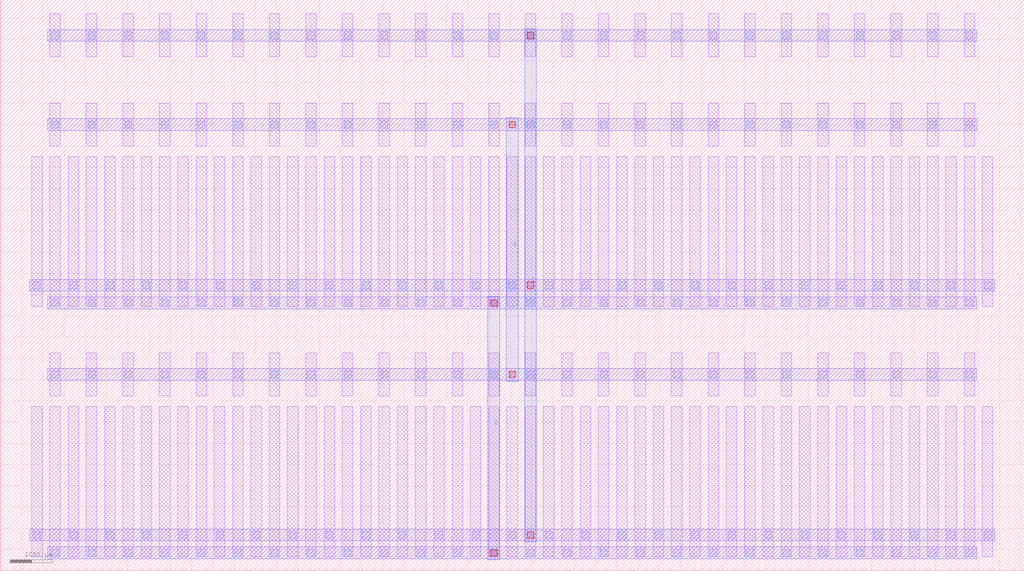
<source format=lef>
MACRO PMOS_S_55784090_X26_Y2
  UNITS 
    DATABASE MICRONS UNITS 1000;
  END UNITS 
  ORIGIN 0 0 ;
  FOREIGN PMOS_S_55784090_X26_Y2 0 0 ;
  SIZE 24080 BY 13440 ;
  PIN D
    DIRECTION INOUT ;
    USE SIGNAL ;
    PORT
      LAYER M3 ;
        RECT 11470 260 11750 6460 ;
    END
  END D
  PIN G
    DIRECTION INOUT ;
    USE SIGNAL ;
    PORT
      LAYER M3 ;
        RECT 11900 4460 12180 10660 ;
    END
  END G
  PIN S
    DIRECTION INOUT ;
    USE SIGNAL ;
    PORT
      LAYER M3 ;
        RECT 12330 680 12610 12760 ;
    END
  END S
  OBS
    LAYER M1 ;
      RECT 1165 335 1415 3865 ;
    LAYER M1 ;
      RECT 1165 4115 1415 5125 ;
    LAYER M1 ;
      RECT 1165 6215 1415 9745 ;
    LAYER M1 ;
      RECT 1165 9995 1415 11005 ;
    LAYER M1 ;
      RECT 1165 12095 1415 13105 ;
    LAYER M1 ;
      RECT 735 335 985 3865 ;
    LAYER M1 ;
      RECT 735 6215 985 9745 ;
    LAYER M1 ;
      RECT 1595 335 1845 3865 ;
    LAYER M1 ;
      RECT 1595 6215 1845 9745 ;
    LAYER M1 ;
      RECT 2025 335 2275 3865 ;
    LAYER M1 ;
      RECT 2025 4115 2275 5125 ;
    LAYER M1 ;
      RECT 2025 6215 2275 9745 ;
    LAYER M1 ;
      RECT 2025 9995 2275 11005 ;
    LAYER M1 ;
      RECT 2025 12095 2275 13105 ;
    LAYER M1 ;
      RECT 2455 335 2705 3865 ;
    LAYER M1 ;
      RECT 2455 6215 2705 9745 ;
    LAYER M1 ;
      RECT 2885 335 3135 3865 ;
    LAYER M1 ;
      RECT 2885 4115 3135 5125 ;
    LAYER M1 ;
      RECT 2885 6215 3135 9745 ;
    LAYER M1 ;
      RECT 2885 9995 3135 11005 ;
    LAYER M1 ;
      RECT 2885 12095 3135 13105 ;
    LAYER M1 ;
      RECT 3315 335 3565 3865 ;
    LAYER M1 ;
      RECT 3315 6215 3565 9745 ;
    LAYER M1 ;
      RECT 3745 335 3995 3865 ;
    LAYER M1 ;
      RECT 3745 4115 3995 5125 ;
    LAYER M1 ;
      RECT 3745 6215 3995 9745 ;
    LAYER M1 ;
      RECT 3745 9995 3995 11005 ;
    LAYER M1 ;
      RECT 3745 12095 3995 13105 ;
    LAYER M1 ;
      RECT 4175 335 4425 3865 ;
    LAYER M1 ;
      RECT 4175 6215 4425 9745 ;
    LAYER M1 ;
      RECT 4605 335 4855 3865 ;
    LAYER M1 ;
      RECT 4605 4115 4855 5125 ;
    LAYER M1 ;
      RECT 4605 6215 4855 9745 ;
    LAYER M1 ;
      RECT 4605 9995 4855 11005 ;
    LAYER M1 ;
      RECT 4605 12095 4855 13105 ;
    LAYER M1 ;
      RECT 5035 335 5285 3865 ;
    LAYER M1 ;
      RECT 5035 6215 5285 9745 ;
    LAYER M1 ;
      RECT 5465 335 5715 3865 ;
    LAYER M1 ;
      RECT 5465 4115 5715 5125 ;
    LAYER M1 ;
      RECT 5465 6215 5715 9745 ;
    LAYER M1 ;
      RECT 5465 9995 5715 11005 ;
    LAYER M1 ;
      RECT 5465 12095 5715 13105 ;
    LAYER M1 ;
      RECT 5895 335 6145 3865 ;
    LAYER M1 ;
      RECT 5895 6215 6145 9745 ;
    LAYER M1 ;
      RECT 6325 335 6575 3865 ;
    LAYER M1 ;
      RECT 6325 4115 6575 5125 ;
    LAYER M1 ;
      RECT 6325 6215 6575 9745 ;
    LAYER M1 ;
      RECT 6325 9995 6575 11005 ;
    LAYER M1 ;
      RECT 6325 12095 6575 13105 ;
    LAYER M1 ;
      RECT 6755 335 7005 3865 ;
    LAYER M1 ;
      RECT 6755 6215 7005 9745 ;
    LAYER M1 ;
      RECT 7185 335 7435 3865 ;
    LAYER M1 ;
      RECT 7185 4115 7435 5125 ;
    LAYER M1 ;
      RECT 7185 6215 7435 9745 ;
    LAYER M1 ;
      RECT 7185 9995 7435 11005 ;
    LAYER M1 ;
      RECT 7185 12095 7435 13105 ;
    LAYER M1 ;
      RECT 7615 335 7865 3865 ;
    LAYER M1 ;
      RECT 7615 6215 7865 9745 ;
    LAYER M1 ;
      RECT 8045 335 8295 3865 ;
    LAYER M1 ;
      RECT 8045 4115 8295 5125 ;
    LAYER M1 ;
      RECT 8045 6215 8295 9745 ;
    LAYER M1 ;
      RECT 8045 9995 8295 11005 ;
    LAYER M1 ;
      RECT 8045 12095 8295 13105 ;
    LAYER M1 ;
      RECT 8475 335 8725 3865 ;
    LAYER M1 ;
      RECT 8475 6215 8725 9745 ;
    LAYER M1 ;
      RECT 8905 335 9155 3865 ;
    LAYER M1 ;
      RECT 8905 4115 9155 5125 ;
    LAYER M1 ;
      RECT 8905 6215 9155 9745 ;
    LAYER M1 ;
      RECT 8905 9995 9155 11005 ;
    LAYER M1 ;
      RECT 8905 12095 9155 13105 ;
    LAYER M1 ;
      RECT 9335 335 9585 3865 ;
    LAYER M1 ;
      RECT 9335 6215 9585 9745 ;
    LAYER M1 ;
      RECT 9765 335 10015 3865 ;
    LAYER M1 ;
      RECT 9765 4115 10015 5125 ;
    LAYER M1 ;
      RECT 9765 6215 10015 9745 ;
    LAYER M1 ;
      RECT 9765 9995 10015 11005 ;
    LAYER M1 ;
      RECT 9765 12095 10015 13105 ;
    LAYER M1 ;
      RECT 10195 335 10445 3865 ;
    LAYER M1 ;
      RECT 10195 6215 10445 9745 ;
    LAYER M1 ;
      RECT 10625 335 10875 3865 ;
    LAYER M1 ;
      RECT 10625 4115 10875 5125 ;
    LAYER M1 ;
      RECT 10625 6215 10875 9745 ;
    LAYER M1 ;
      RECT 10625 9995 10875 11005 ;
    LAYER M1 ;
      RECT 10625 12095 10875 13105 ;
    LAYER M1 ;
      RECT 11055 335 11305 3865 ;
    LAYER M1 ;
      RECT 11055 6215 11305 9745 ;
    LAYER M1 ;
      RECT 11485 335 11735 3865 ;
    LAYER M1 ;
      RECT 11485 4115 11735 5125 ;
    LAYER M1 ;
      RECT 11485 6215 11735 9745 ;
    LAYER M1 ;
      RECT 11485 9995 11735 11005 ;
    LAYER M1 ;
      RECT 11485 12095 11735 13105 ;
    LAYER M1 ;
      RECT 11915 335 12165 3865 ;
    LAYER M1 ;
      RECT 11915 6215 12165 9745 ;
    LAYER M1 ;
      RECT 12345 335 12595 3865 ;
    LAYER M1 ;
      RECT 12345 4115 12595 5125 ;
    LAYER M1 ;
      RECT 12345 6215 12595 9745 ;
    LAYER M1 ;
      RECT 12345 9995 12595 11005 ;
    LAYER M1 ;
      RECT 12345 12095 12595 13105 ;
    LAYER M1 ;
      RECT 12775 335 13025 3865 ;
    LAYER M1 ;
      RECT 12775 6215 13025 9745 ;
    LAYER M1 ;
      RECT 13205 335 13455 3865 ;
    LAYER M1 ;
      RECT 13205 4115 13455 5125 ;
    LAYER M1 ;
      RECT 13205 6215 13455 9745 ;
    LAYER M1 ;
      RECT 13205 9995 13455 11005 ;
    LAYER M1 ;
      RECT 13205 12095 13455 13105 ;
    LAYER M1 ;
      RECT 13635 335 13885 3865 ;
    LAYER M1 ;
      RECT 13635 6215 13885 9745 ;
    LAYER M1 ;
      RECT 14065 335 14315 3865 ;
    LAYER M1 ;
      RECT 14065 4115 14315 5125 ;
    LAYER M1 ;
      RECT 14065 6215 14315 9745 ;
    LAYER M1 ;
      RECT 14065 9995 14315 11005 ;
    LAYER M1 ;
      RECT 14065 12095 14315 13105 ;
    LAYER M1 ;
      RECT 14495 335 14745 3865 ;
    LAYER M1 ;
      RECT 14495 6215 14745 9745 ;
    LAYER M1 ;
      RECT 14925 335 15175 3865 ;
    LAYER M1 ;
      RECT 14925 4115 15175 5125 ;
    LAYER M1 ;
      RECT 14925 6215 15175 9745 ;
    LAYER M1 ;
      RECT 14925 9995 15175 11005 ;
    LAYER M1 ;
      RECT 14925 12095 15175 13105 ;
    LAYER M1 ;
      RECT 15355 335 15605 3865 ;
    LAYER M1 ;
      RECT 15355 6215 15605 9745 ;
    LAYER M1 ;
      RECT 15785 335 16035 3865 ;
    LAYER M1 ;
      RECT 15785 4115 16035 5125 ;
    LAYER M1 ;
      RECT 15785 6215 16035 9745 ;
    LAYER M1 ;
      RECT 15785 9995 16035 11005 ;
    LAYER M1 ;
      RECT 15785 12095 16035 13105 ;
    LAYER M1 ;
      RECT 16215 335 16465 3865 ;
    LAYER M1 ;
      RECT 16215 6215 16465 9745 ;
    LAYER M1 ;
      RECT 16645 335 16895 3865 ;
    LAYER M1 ;
      RECT 16645 4115 16895 5125 ;
    LAYER M1 ;
      RECT 16645 6215 16895 9745 ;
    LAYER M1 ;
      RECT 16645 9995 16895 11005 ;
    LAYER M1 ;
      RECT 16645 12095 16895 13105 ;
    LAYER M1 ;
      RECT 17075 335 17325 3865 ;
    LAYER M1 ;
      RECT 17075 6215 17325 9745 ;
    LAYER M1 ;
      RECT 17505 335 17755 3865 ;
    LAYER M1 ;
      RECT 17505 4115 17755 5125 ;
    LAYER M1 ;
      RECT 17505 6215 17755 9745 ;
    LAYER M1 ;
      RECT 17505 9995 17755 11005 ;
    LAYER M1 ;
      RECT 17505 12095 17755 13105 ;
    LAYER M1 ;
      RECT 17935 335 18185 3865 ;
    LAYER M1 ;
      RECT 17935 6215 18185 9745 ;
    LAYER M1 ;
      RECT 18365 335 18615 3865 ;
    LAYER M1 ;
      RECT 18365 4115 18615 5125 ;
    LAYER M1 ;
      RECT 18365 6215 18615 9745 ;
    LAYER M1 ;
      RECT 18365 9995 18615 11005 ;
    LAYER M1 ;
      RECT 18365 12095 18615 13105 ;
    LAYER M1 ;
      RECT 18795 335 19045 3865 ;
    LAYER M1 ;
      RECT 18795 6215 19045 9745 ;
    LAYER M1 ;
      RECT 19225 335 19475 3865 ;
    LAYER M1 ;
      RECT 19225 4115 19475 5125 ;
    LAYER M1 ;
      RECT 19225 6215 19475 9745 ;
    LAYER M1 ;
      RECT 19225 9995 19475 11005 ;
    LAYER M1 ;
      RECT 19225 12095 19475 13105 ;
    LAYER M1 ;
      RECT 19655 335 19905 3865 ;
    LAYER M1 ;
      RECT 19655 6215 19905 9745 ;
    LAYER M1 ;
      RECT 20085 335 20335 3865 ;
    LAYER M1 ;
      RECT 20085 4115 20335 5125 ;
    LAYER M1 ;
      RECT 20085 6215 20335 9745 ;
    LAYER M1 ;
      RECT 20085 9995 20335 11005 ;
    LAYER M1 ;
      RECT 20085 12095 20335 13105 ;
    LAYER M1 ;
      RECT 20515 335 20765 3865 ;
    LAYER M1 ;
      RECT 20515 6215 20765 9745 ;
    LAYER M1 ;
      RECT 20945 335 21195 3865 ;
    LAYER M1 ;
      RECT 20945 4115 21195 5125 ;
    LAYER M1 ;
      RECT 20945 6215 21195 9745 ;
    LAYER M1 ;
      RECT 20945 9995 21195 11005 ;
    LAYER M1 ;
      RECT 20945 12095 21195 13105 ;
    LAYER M1 ;
      RECT 21375 335 21625 3865 ;
    LAYER M1 ;
      RECT 21375 6215 21625 9745 ;
    LAYER M1 ;
      RECT 21805 335 22055 3865 ;
    LAYER M1 ;
      RECT 21805 4115 22055 5125 ;
    LAYER M1 ;
      RECT 21805 6215 22055 9745 ;
    LAYER M1 ;
      RECT 21805 9995 22055 11005 ;
    LAYER M1 ;
      RECT 21805 12095 22055 13105 ;
    LAYER M1 ;
      RECT 22235 335 22485 3865 ;
    LAYER M1 ;
      RECT 22235 6215 22485 9745 ;
    LAYER M1 ;
      RECT 22665 335 22915 3865 ;
    LAYER M1 ;
      RECT 22665 4115 22915 5125 ;
    LAYER M1 ;
      RECT 22665 6215 22915 9745 ;
    LAYER M1 ;
      RECT 22665 9995 22915 11005 ;
    LAYER M1 ;
      RECT 22665 12095 22915 13105 ;
    LAYER M1 ;
      RECT 23095 335 23345 3865 ;
    LAYER M1 ;
      RECT 23095 6215 23345 9745 ;
    LAYER M2 ;
      RECT 1120 280 22960 560 ;
    LAYER M2 ;
      RECT 1120 4480 22960 4760 ;
    LAYER M2 ;
      RECT 690 700 23390 980 ;
    LAYER M2 ;
      RECT 1120 6160 22960 6440 ;
    LAYER M2 ;
      RECT 1120 10360 22960 10640 ;
    LAYER M2 ;
      RECT 690 6580 23390 6860 ;
    LAYER M2 ;
      RECT 1120 12460 22960 12740 ;
    LAYER V1 ;
      RECT 1205 335 1375 505 ;
    LAYER V1 ;
      RECT 1205 4535 1375 4705 ;
    LAYER V1 ;
      RECT 1205 6215 1375 6385 ;
    LAYER V1 ;
      RECT 1205 10415 1375 10585 ;
    LAYER V1 ;
      RECT 1205 12515 1375 12685 ;
    LAYER V1 ;
      RECT 2065 335 2235 505 ;
    LAYER V1 ;
      RECT 2065 4535 2235 4705 ;
    LAYER V1 ;
      RECT 2065 6215 2235 6385 ;
    LAYER V1 ;
      RECT 2065 10415 2235 10585 ;
    LAYER V1 ;
      RECT 2065 12515 2235 12685 ;
    LAYER V1 ;
      RECT 2925 335 3095 505 ;
    LAYER V1 ;
      RECT 2925 4535 3095 4705 ;
    LAYER V1 ;
      RECT 2925 6215 3095 6385 ;
    LAYER V1 ;
      RECT 2925 10415 3095 10585 ;
    LAYER V1 ;
      RECT 2925 12515 3095 12685 ;
    LAYER V1 ;
      RECT 3785 335 3955 505 ;
    LAYER V1 ;
      RECT 3785 4535 3955 4705 ;
    LAYER V1 ;
      RECT 3785 6215 3955 6385 ;
    LAYER V1 ;
      RECT 3785 10415 3955 10585 ;
    LAYER V1 ;
      RECT 3785 12515 3955 12685 ;
    LAYER V1 ;
      RECT 4645 335 4815 505 ;
    LAYER V1 ;
      RECT 4645 4535 4815 4705 ;
    LAYER V1 ;
      RECT 4645 6215 4815 6385 ;
    LAYER V1 ;
      RECT 4645 10415 4815 10585 ;
    LAYER V1 ;
      RECT 4645 12515 4815 12685 ;
    LAYER V1 ;
      RECT 5505 335 5675 505 ;
    LAYER V1 ;
      RECT 5505 4535 5675 4705 ;
    LAYER V1 ;
      RECT 5505 6215 5675 6385 ;
    LAYER V1 ;
      RECT 5505 10415 5675 10585 ;
    LAYER V1 ;
      RECT 5505 12515 5675 12685 ;
    LAYER V1 ;
      RECT 6365 335 6535 505 ;
    LAYER V1 ;
      RECT 6365 4535 6535 4705 ;
    LAYER V1 ;
      RECT 6365 6215 6535 6385 ;
    LAYER V1 ;
      RECT 6365 10415 6535 10585 ;
    LAYER V1 ;
      RECT 6365 12515 6535 12685 ;
    LAYER V1 ;
      RECT 7225 335 7395 505 ;
    LAYER V1 ;
      RECT 7225 4535 7395 4705 ;
    LAYER V1 ;
      RECT 7225 6215 7395 6385 ;
    LAYER V1 ;
      RECT 7225 10415 7395 10585 ;
    LAYER V1 ;
      RECT 7225 12515 7395 12685 ;
    LAYER V1 ;
      RECT 8085 335 8255 505 ;
    LAYER V1 ;
      RECT 8085 4535 8255 4705 ;
    LAYER V1 ;
      RECT 8085 6215 8255 6385 ;
    LAYER V1 ;
      RECT 8085 10415 8255 10585 ;
    LAYER V1 ;
      RECT 8085 12515 8255 12685 ;
    LAYER V1 ;
      RECT 8945 335 9115 505 ;
    LAYER V1 ;
      RECT 8945 4535 9115 4705 ;
    LAYER V1 ;
      RECT 8945 6215 9115 6385 ;
    LAYER V1 ;
      RECT 8945 10415 9115 10585 ;
    LAYER V1 ;
      RECT 8945 12515 9115 12685 ;
    LAYER V1 ;
      RECT 9805 335 9975 505 ;
    LAYER V1 ;
      RECT 9805 4535 9975 4705 ;
    LAYER V1 ;
      RECT 9805 6215 9975 6385 ;
    LAYER V1 ;
      RECT 9805 10415 9975 10585 ;
    LAYER V1 ;
      RECT 9805 12515 9975 12685 ;
    LAYER V1 ;
      RECT 10665 335 10835 505 ;
    LAYER V1 ;
      RECT 10665 4535 10835 4705 ;
    LAYER V1 ;
      RECT 10665 6215 10835 6385 ;
    LAYER V1 ;
      RECT 10665 10415 10835 10585 ;
    LAYER V1 ;
      RECT 10665 12515 10835 12685 ;
    LAYER V1 ;
      RECT 11525 335 11695 505 ;
    LAYER V1 ;
      RECT 11525 4535 11695 4705 ;
    LAYER V1 ;
      RECT 11525 6215 11695 6385 ;
    LAYER V1 ;
      RECT 11525 10415 11695 10585 ;
    LAYER V1 ;
      RECT 11525 12515 11695 12685 ;
    LAYER V1 ;
      RECT 12385 335 12555 505 ;
    LAYER V1 ;
      RECT 12385 4535 12555 4705 ;
    LAYER V1 ;
      RECT 12385 6215 12555 6385 ;
    LAYER V1 ;
      RECT 12385 10415 12555 10585 ;
    LAYER V1 ;
      RECT 12385 12515 12555 12685 ;
    LAYER V1 ;
      RECT 13245 335 13415 505 ;
    LAYER V1 ;
      RECT 13245 4535 13415 4705 ;
    LAYER V1 ;
      RECT 13245 6215 13415 6385 ;
    LAYER V1 ;
      RECT 13245 10415 13415 10585 ;
    LAYER V1 ;
      RECT 13245 12515 13415 12685 ;
    LAYER V1 ;
      RECT 14105 335 14275 505 ;
    LAYER V1 ;
      RECT 14105 4535 14275 4705 ;
    LAYER V1 ;
      RECT 14105 6215 14275 6385 ;
    LAYER V1 ;
      RECT 14105 10415 14275 10585 ;
    LAYER V1 ;
      RECT 14105 12515 14275 12685 ;
    LAYER V1 ;
      RECT 14965 335 15135 505 ;
    LAYER V1 ;
      RECT 14965 4535 15135 4705 ;
    LAYER V1 ;
      RECT 14965 6215 15135 6385 ;
    LAYER V1 ;
      RECT 14965 10415 15135 10585 ;
    LAYER V1 ;
      RECT 14965 12515 15135 12685 ;
    LAYER V1 ;
      RECT 15825 335 15995 505 ;
    LAYER V1 ;
      RECT 15825 4535 15995 4705 ;
    LAYER V1 ;
      RECT 15825 6215 15995 6385 ;
    LAYER V1 ;
      RECT 15825 10415 15995 10585 ;
    LAYER V1 ;
      RECT 15825 12515 15995 12685 ;
    LAYER V1 ;
      RECT 16685 335 16855 505 ;
    LAYER V1 ;
      RECT 16685 4535 16855 4705 ;
    LAYER V1 ;
      RECT 16685 6215 16855 6385 ;
    LAYER V1 ;
      RECT 16685 10415 16855 10585 ;
    LAYER V1 ;
      RECT 16685 12515 16855 12685 ;
    LAYER V1 ;
      RECT 17545 335 17715 505 ;
    LAYER V1 ;
      RECT 17545 4535 17715 4705 ;
    LAYER V1 ;
      RECT 17545 6215 17715 6385 ;
    LAYER V1 ;
      RECT 17545 10415 17715 10585 ;
    LAYER V1 ;
      RECT 17545 12515 17715 12685 ;
    LAYER V1 ;
      RECT 18405 335 18575 505 ;
    LAYER V1 ;
      RECT 18405 4535 18575 4705 ;
    LAYER V1 ;
      RECT 18405 6215 18575 6385 ;
    LAYER V1 ;
      RECT 18405 10415 18575 10585 ;
    LAYER V1 ;
      RECT 18405 12515 18575 12685 ;
    LAYER V1 ;
      RECT 19265 335 19435 505 ;
    LAYER V1 ;
      RECT 19265 4535 19435 4705 ;
    LAYER V1 ;
      RECT 19265 6215 19435 6385 ;
    LAYER V1 ;
      RECT 19265 10415 19435 10585 ;
    LAYER V1 ;
      RECT 19265 12515 19435 12685 ;
    LAYER V1 ;
      RECT 20125 335 20295 505 ;
    LAYER V1 ;
      RECT 20125 4535 20295 4705 ;
    LAYER V1 ;
      RECT 20125 6215 20295 6385 ;
    LAYER V1 ;
      RECT 20125 10415 20295 10585 ;
    LAYER V1 ;
      RECT 20125 12515 20295 12685 ;
    LAYER V1 ;
      RECT 20985 335 21155 505 ;
    LAYER V1 ;
      RECT 20985 4535 21155 4705 ;
    LAYER V1 ;
      RECT 20985 6215 21155 6385 ;
    LAYER V1 ;
      RECT 20985 10415 21155 10585 ;
    LAYER V1 ;
      RECT 20985 12515 21155 12685 ;
    LAYER V1 ;
      RECT 21845 335 22015 505 ;
    LAYER V1 ;
      RECT 21845 4535 22015 4705 ;
    LAYER V1 ;
      RECT 21845 6215 22015 6385 ;
    LAYER V1 ;
      RECT 21845 10415 22015 10585 ;
    LAYER V1 ;
      RECT 21845 12515 22015 12685 ;
    LAYER V1 ;
      RECT 22705 335 22875 505 ;
    LAYER V1 ;
      RECT 22705 4535 22875 4705 ;
    LAYER V1 ;
      RECT 22705 6215 22875 6385 ;
    LAYER V1 ;
      RECT 22705 10415 22875 10585 ;
    LAYER V1 ;
      RECT 22705 12515 22875 12685 ;
    LAYER V1 ;
      RECT 775 755 945 925 ;
    LAYER V1 ;
      RECT 775 6635 945 6805 ;
    LAYER V1 ;
      RECT 1635 755 1805 925 ;
    LAYER V1 ;
      RECT 1635 6635 1805 6805 ;
    LAYER V1 ;
      RECT 2495 755 2665 925 ;
    LAYER V1 ;
      RECT 2495 6635 2665 6805 ;
    LAYER V1 ;
      RECT 3355 755 3525 925 ;
    LAYER V1 ;
      RECT 3355 6635 3525 6805 ;
    LAYER V1 ;
      RECT 4215 755 4385 925 ;
    LAYER V1 ;
      RECT 4215 6635 4385 6805 ;
    LAYER V1 ;
      RECT 5075 755 5245 925 ;
    LAYER V1 ;
      RECT 5075 6635 5245 6805 ;
    LAYER V1 ;
      RECT 5935 755 6105 925 ;
    LAYER V1 ;
      RECT 5935 6635 6105 6805 ;
    LAYER V1 ;
      RECT 6795 755 6965 925 ;
    LAYER V1 ;
      RECT 6795 6635 6965 6805 ;
    LAYER V1 ;
      RECT 7655 755 7825 925 ;
    LAYER V1 ;
      RECT 7655 6635 7825 6805 ;
    LAYER V1 ;
      RECT 8515 755 8685 925 ;
    LAYER V1 ;
      RECT 8515 6635 8685 6805 ;
    LAYER V1 ;
      RECT 9375 755 9545 925 ;
    LAYER V1 ;
      RECT 9375 6635 9545 6805 ;
    LAYER V1 ;
      RECT 10235 755 10405 925 ;
    LAYER V1 ;
      RECT 10235 6635 10405 6805 ;
    LAYER V1 ;
      RECT 11095 755 11265 925 ;
    LAYER V1 ;
      RECT 11095 6635 11265 6805 ;
    LAYER V1 ;
      RECT 11955 755 12125 925 ;
    LAYER V1 ;
      RECT 11955 6635 12125 6805 ;
    LAYER V1 ;
      RECT 12815 755 12985 925 ;
    LAYER V1 ;
      RECT 12815 6635 12985 6805 ;
    LAYER V1 ;
      RECT 13675 755 13845 925 ;
    LAYER V1 ;
      RECT 13675 6635 13845 6805 ;
    LAYER V1 ;
      RECT 14535 755 14705 925 ;
    LAYER V1 ;
      RECT 14535 6635 14705 6805 ;
    LAYER V1 ;
      RECT 15395 755 15565 925 ;
    LAYER V1 ;
      RECT 15395 6635 15565 6805 ;
    LAYER V1 ;
      RECT 16255 755 16425 925 ;
    LAYER V1 ;
      RECT 16255 6635 16425 6805 ;
    LAYER V1 ;
      RECT 17115 755 17285 925 ;
    LAYER V1 ;
      RECT 17115 6635 17285 6805 ;
    LAYER V1 ;
      RECT 17975 755 18145 925 ;
    LAYER V1 ;
      RECT 17975 6635 18145 6805 ;
    LAYER V1 ;
      RECT 18835 755 19005 925 ;
    LAYER V1 ;
      RECT 18835 6635 19005 6805 ;
    LAYER V1 ;
      RECT 19695 755 19865 925 ;
    LAYER V1 ;
      RECT 19695 6635 19865 6805 ;
    LAYER V1 ;
      RECT 20555 755 20725 925 ;
    LAYER V1 ;
      RECT 20555 6635 20725 6805 ;
    LAYER V1 ;
      RECT 21415 755 21585 925 ;
    LAYER V1 ;
      RECT 21415 6635 21585 6805 ;
    LAYER V1 ;
      RECT 22275 755 22445 925 ;
    LAYER V1 ;
      RECT 22275 6635 22445 6805 ;
    LAYER V1 ;
      RECT 23135 755 23305 925 ;
    LAYER V1 ;
      RECT 23135 6635 23305 6805 ;
    LAYER V2 ;
      RECT 11535 345 11685 495 ;
    LAYER V2 ;
      RECT 11535 6225 11685 6375 ;
    LAYER V2 ;
      RECT 11965 4545 12115 4695 ;
    LAYER V2 ;
      RECT 11965 10425 12115 10575 ;
    LAYER V2 ;
      RECT 12395 765 12545 915 ;
    LAYER V2 ;
      RECT 12395 6645 12545 6795 ;
    LAYER V2 ;
      RECT 12395 12525 12545 12675 ;
  END
END PMOS_S_55784090_X26_Y2

</source>
